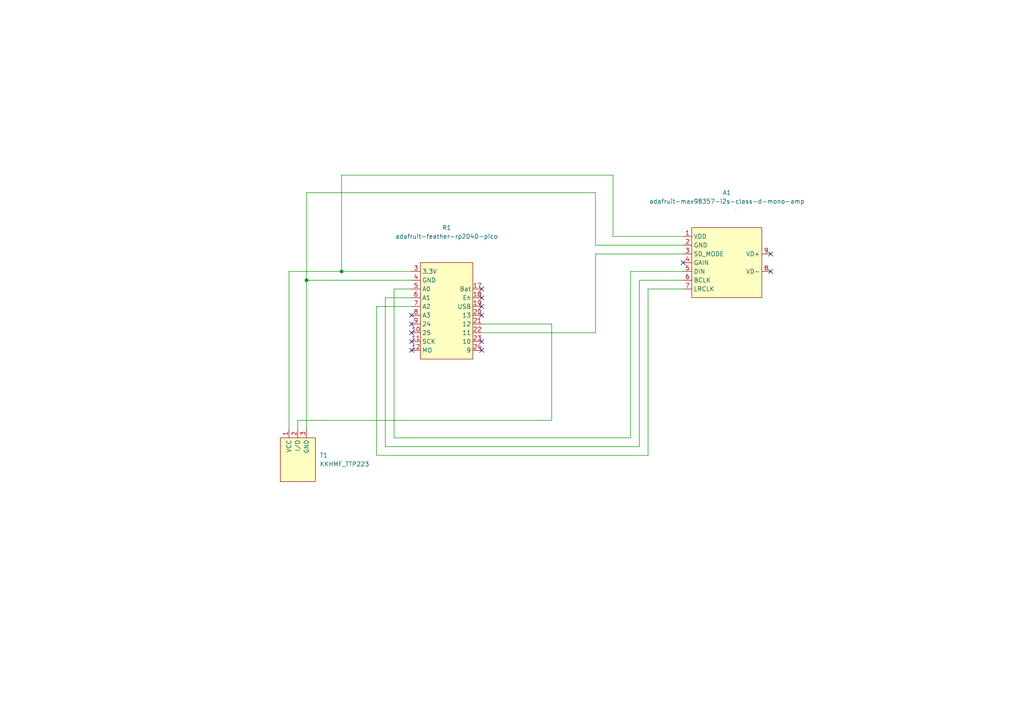
<source format=kicad_sch>
(kicad_sch (version 20211123) (generator eeschema)
  (paper "A4")
  (title_block (title "LiveCharm") (company "Yzwlab"))
  (lib_symbols
    (symbol "adafruit:adafruit-feather-rp2040-pico"
      (property "Reference" "R" (at 0 12.7 0))
      (property "Value" "adafruit-feather-rp2040-pico" (at 0 15.24 0))
      (symbol "adafruit-feather-rp2040-pico_0_1"
        (rectangle (start -7.62 7.62) (end 7.62 -20.32) (fill (type background)))
      )
      (symbol "adafruit-feather-rp2040-pico_1_1"
        (pin bidirectional line (at -10.16 -12.7 0) (length 2.54) (name "25") (number "10"))
        (pin bidirectional line (at -10.16 -15.24 0) (length 2.54) (name "SCK") (number "11"))
        (pin bidirectional line (at -10.16 -17.78 0) (length 2.54) (name "MO") (number "12"))
        (pin bidirectional line (at 10.16 0 180) (length 2.54) (name "Bat") (number "17"))
        (pin bidirectional line (at 10.16 -2.54 180) (length 2.54) (name "En") (number "18"))
        (pin bidirectional line (at 10.16 -5.08 180) (length 2.54) (name "USB") (number "19"))
        (pin bidirectional line (at 10.16 -7.62 180) (length 2.54) (name "13") (number "20"))
        (pin bidirectional line (at 10.16 -10.16 180) (length 2.54) (name "12") (number "21"))
        (pin bidirectional line (at 10.16 -12.7 180) (length 2.54) (name "11") (number "22"))
        (pin bidirectional line (at 10.16 -15.24 180) (length 2.54) (name "10") (number "23"))
        (pin bidirectional line (at 10.16 -17.78 180) (length 2.54) (name "9") (number "24"))
        (pin output line (at -10.16 5.08 0) (length 2.54) (name "3.3V") (number "3"))
        (pin bidirectional line (at -10.16 2.54 0) (length 2.54) (name "GND") (number "4"))
        (pin bidirectional line (at -10.16 0 0) (length 2.54) (name "A0") (number "5"))
        (pin bidirectional line (at -10.16 -2.54 0) (length 2.54) (name "A1") (number "6"))
        (pin bidirectional line (at -10.16 -5.08 0) (length 2.54) (name "A2") (number "7"))
        (pin bidirectional line (at -10.16 -7.62 0) (length 2.54) (name "A3") (number "8"))
        (pin bidirectional line (at -10.16 -10.16 0) (length 2.54) (name "24") (number "9"))
      )
    )
    (symbol "adafruit:adafruit-max98357-i2s-class-d-mono-amp"
      (property "Reference" "A" (at 0 10.16 0))
      (property "Value" "adafruit-max98357-i2s-class-d-mono-amp" (at 0 -15.24 0))
      (symbol "adafruit-max98357-i2s-class-d-mono-amp_0_1"
        (rectangle (start -10.16 7.62) (end 10.16 -12.7) (fill (type background)))
        (rectangle (start 2.54 12.7) (end 2.54 12.7))
      )
      (symbol "adafruit-max98357-i2s-class-d-mono-amp_1_1"
        (pin input line (at -12.7 5.08 0) (length 2.54) (name "VDD") (number "1"))
        (pin input line (at -12.7 2.54 0) (length 2.54) (name "GND") (number "2"))
        (pin input line (at -12.7 0 0) (length 2.54) (name "SD_MODE") (number "3"))
        (pin input line (at -12.7 -2.54 0) (length 2.54) (name "GAIN") (number "4"))
        (pin input line (at -12.7 -5.08 0) (length 2.54) (name "DIN") (number "5"))
        (pin input line (at -12.7 -7.62 0) (length 2.54) (name "BCLK") (number "6"))
        (pin input line (at -12.7 -10.16 0) (length 2.54) (name "LRCLK") (number "7"))
        (pin output line (at 12.7 -5.08 180) (length 2.54) (name "VD-") (number "8"))
        (pin output line (at 12.7 0 180) (length 2.54) (name "VD+") (number "9"))
      )
    )
    (symbol "kkhmf_lib:KKHMF_TTP223"
      (property "Reference" "T" (at 0 -5.08 0))
      (property "Value" "KKHMF_TTP223" (at 0 -7.62 0))
      (symbol "KKHMF_TTP223_0_1"
        (rectangle (start -5.08 2.54) (end 5.08 -10.16) (fill (type background)))
      )
      (symbol "KKHMF_TTP223_1_1"
        (pin input line (at -2.54 5.08 270) (length 2.54) (name "VCC") (number "1"))
        (pin output line (at 0 5.08 270) (length 2.54) (name "I/O") (number "2"))
        (pin input line (at 2.54 5.08 270) (length 2.54) (name "GND") (number "3"))
      )
    )
  )
  (junction (at 99.06 78.74))
  (junction (at 88.9 81.28))
  (no_connect (at 223.52 78.74))
  (no_connect (at 223.52 73.66))
  (no_connect (at 139.7 91.44))
  (no_connect (at 198.12 76.2))
  (no_connect (at 139.7 83.82))
  (no_connect (at 139.7 86.36))
  (no_connect (at 139.7 88.9))
  (no_connect (at 119.38 101.6))
  (no_connect (at 119.38 99.06))
  (no_connect (at 119.38 96.52))
  (no_connect (at 119.38 93.98))
  (no_connect (at 119.38 91.44))
  (no_connect (at 139.7 101.6))
  (no_connect (at 139.7 99.06))
  (wire (pts (xy 99.06 50.8) (xy 177.8 50.8)))
  (wire (pts (xy 198.12 83.82) (xy 187.96 83.82)))
  (wire (pts (xy 160.02 93.98) (xy 160.02 121.92)))
  (wire (pts (xy 139.7 93.98) (xy 160.02 93.98)))
  (wire (pts (xy 187.96 83.82) (xy 187.96 132.08)))
  (wire (pts (xy 172.72 71.12) (xy 198.12 71.12)))
  (wire (pts (xy 86.36 121.92) (xy 160.02 121.92)))
  (wire (pts (xy 185.42 81.28) (xy 185.42 129.54)))
  (wire (pts (xy 177.8 68.58) (xy 198.12 68.58)))
  (wire (pts (xy 88.9 55.88) (xy 172.72 55.88)))
  (wire (pts (xy 119.38 81.28) (xy 88.9 81.28)))
  (wire (pts (xy 99.06 78.74) (xy 99.06 50.8)))
  (wire (pts (xy 172.72 96.52) (xy 172.72 73.66)))
  (wire (pts (xy 83.82 78.74) (xy 99.06 78.74)))
  (wire (pts (xy 182.88 127) (xy 114.3 127)))
  (wire (pts (xy 185.42 129.54) (xy 111.76 129.54)))
  (wire (pts (xy 182.88 78.74) (xy 182.88 127)))
  (wire (pts (xy 86.36 121.92) (xy 86.36 124.46)))
  (wire (pts (xy 198.12 81.28) (xy 185.42 81.28)))
  (wire (pts (xy 139.7 96.52) (xy 172.72 96.52)))
  (wire (pts (xy 88.9 81.28) (xy 88.9 124.46)))
  (wire (pts (xy 83.82 78.74) (xy 83.82 124.46)))
  (wire (pts (xy 111.76 86.36) (xy 119.38 86.36)))
  (wire (pts (xy 88.9 81.28) (xy 88.9 55.88)))
  (wire (pts (xy 114.3 83.82) (xy 119.38 83.82)))
  (wire (pts (xy 109.22 132.08) (xy 109.22 88.9)))
  (wire (pts (xy 109.22 88.9) (xy 119.38 88.9)))
  (wire (pts (xy 99.06 78.74) (xy 119.38 78.74)))
  (wire (pts (xy 172.72 73.66) (xy 198.12 73.66)))
  (wire (pts (xy 111.76 129.54) (xy 111.76 86.36)))
  (wire (pts (xy 187.96 132.08) (xy 109.22 132.08)))
  (wire (pts (xy 114.3 127) (xy 114.3 83.82)))
  (wire (pts (xy 198.12 78.74) (xy 182.88 78.74)))
  (wire (pts (xy 177.8 50.8) (xy 177.8 68.58)))
  (wire (pts (xy 172.72 55.88) (xy 172.72 71.12)))
  (symbol (lib_id "adafruit:adafruit-feather-rp2040-pico") (at 129.54 83.82 0) (unit 1)
    (property "Reference" "R1" (at 129.54 66.04 0))
    (property "Value" "adafruit-feather-rp2040-pico" (at 129.54 68.58 0))
    (property "Footprint" "adafruit_footprint:adafruit-feather-rp2040-pico" (effects hide))
  )
  (symbol (lib_id "kkhmf_lib:KKHMF_TTP223") (at 86.36 129.54 0) (unit 1)
    (property "Reference" "T1" (at 92.71 132.0799 0) (effects (justify left)))
    (property "Value" "KKHMF_TTP223" (at 92.71 134.6199 0) (effects (justify left)))
    (property "Footprint" "kkhmf_footprint:KKHMF_TTP223" (effects hide))
  )
  (symbol (lib_id "adafruit:adafruit-max98357-i2s-class-d-mono-amp") (at 210.82 73.66 0) (unit 1)
    (property "Reference" "A1" (at 210.82 55.88 0))
    (property "Value" "adafruit-max98357-i2s-class-d-mono-amp" (at 210.82 58.42 0))
    (property "Footprint" "adafruit_footprint:adafruit-max98357-i2s-class-d-mono-amp" (effects hide))
  )
)
</source>
